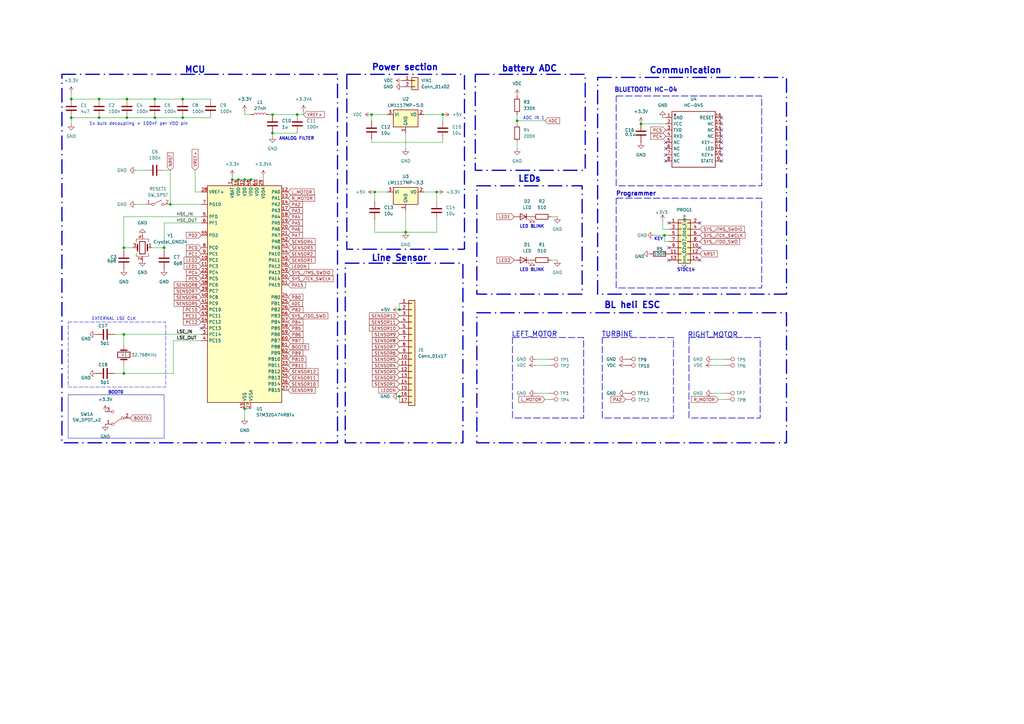
<source format=kicad_sch>
(kicad_sch (version 20231120) (generator "eeschema") (generator_version "8.0")
  (paper "A3")
  (junction (at 74.93 40.64))
  (junction (at 153.67 78.74))
  (junction (at 179.07 78.74))
  (junction (at 29.21 40.64))
  (junction (at 111.76 54.61))
  (junction (at 40.64 40.64))
  (junction (at 29.21 48.26))
  (junction (at 69.85 83.82))
  (junction (at 52.07 48.26))
  (junction (at 67.31 101.6))
  (junction (at 152.4 46.99))
  (junction (at 50.8 153.162))
  (junction (at 50.8 101.6))
  (junction (at 100.33 167.64))
  (junction (at 63.5 48.26))
  (junction (at 166.37 95.25))
  (junction (at 121.92 46.99))
  (junction (at 40.64 48.26))
  (junction (at 102.87 73.66))
  (junction (at 100.33 73.66))
  (junction (at 74.93 48.26))
  (junction (at 262.89 50.8))
  (junction (at 272.542 96.52))
  (junction (at 95.25 73.66))
  (junction (at 212.09 49.53))
  (junction (at 50.8 137.16))
  (junction (at 181.61 46.99))
  (junction (at 63.5 40.64))
  (junction (at 97.79 73.66))
  (junction (at 163.83 127))
  (junction (at 52.07 40.64))
  (junction (at 163.83 162.56))
  (junction (at 111.76 46.99))
  (no_connect (at 273.05 63.5))
  (no_connect (at 274.32 106.68))
  (no_connect (at 287.02 106.68))
  (no_connect (at 295.91 58.42))
  (no_connect (at 295.91 50.8))
  (no_connect (at 295.91 66.04))
  (no_connect (at 273.05 60.96))
  (no_connect (at 295.91 53.34))
  (no_connect (at 295.91 63.5))
  (no_connect (at 295.91 55.88))
  (no_connect (at 287.02 101.6))
  (no_connect (at 273.05 66.04))
  (no_connect (at 295.91 60.96))
  (no_connect (at 274.32 91.44))
  (no_connect (at 82.55 134.62))
  (no_connect (at 273.05 58.42))
  (no_connect (at 295.91 48.26))
  (no_connect (at 287.02 91.44))
  (no_connect (at 274.32 101.6))
  (wire (pts (xy 50.8 141.732) (xy 50.8 137.16)))
  (wire (pts (xy 153.67 78.74) (xy 158.75 78.74)))
  (wire (pts (xy 80.01 78.74) (xy 82.55 78.74)))
  (wire (pts (xy 166.37 95.25) (xy 179.07 95.25)))
  (wire (pts (xy 100.33 45.72) (xy 100.33 46.99)))
  (wire (pts (xy 71.12 139.7) (xy 71.12 153.162)))
  (wire (pts (xy 111.76 54.61) (xy 121.92 54.61)))
  (wire (pts (xy 46.99 137.16) (xy 50.8 137.16)))
  (wire (pts (xy 55.88 69.85) (xy 59.69 69.85)))
  (wire (pts (xy 110.49 46.99) (xy 111.76 46.99)))
  (wire (pts (xy 297.18 163.83) (xy 294.64 163.83)))
  (wire (pts (xy 152.4 46.99) (xy 158.75 46.99)))
  (wire (pts (xy 163.83 162.56) (xy 163.83 165.1)))
  (wire (pts (xy 29.21 48.26) (xy 40.64 48.26)))
  (wire (pts (xy 173.99 78.74) (xy 179.07 78.74)))
  (wire (pts (xy 67.31 101.6) (xy 62.23 101.6)))
  (wire (pts (xy 50.8 149.352) (xy 50.8 153.162)))
  (wire (pts (xy 29.21 40.64) (xy 40.64 40.64)))
  (wire (pts (xy 271.78 90.678) (xy 271.78 93.98)))
  (wire (pts (xy 29.21 38.1) (xy 29.21 40.64)))
  (wire (pts (xy 173.99 46.99) (xy 181.61 46.99)))
  (wire (pts (xy 102.87 167.64) (xy 100.33 167.64)))
  (wire (pts (xy 271.78 48.26) (xy 273.05 48.26)))
  (wire (pts (xy 71.12 139.7) (xy 82.55 139.7)))
  (wire (pts (xy 166.37 86.36) (xy 166.37 95.25)))
  (wire (pts (xy 80.01 69.85) (xy 80.01 78.74)))
  (wire (pts (xy 226.06 88.9) (xy 228.6 88.9)))
  (wire (pts (xy 124.46 45.72) (xy 124.46 46.99)))
  (wire (pts (xy 262.89 50.8) (xy 273.05 50.8)))
  (wire (pts (xy 179.07 78.74) (xy 179.07 82.55)))
  (wire (pts (xy 50.8 101.6) (xy 54.61 101.6)))
  (wire (pts (xy 226.06 106.68) (xy 228.6 106.68)))
  (wire (pts (xy 95.25 72.39) (xy 95.25 73.66)))
  (wire (pts (xy 212.09 58.42) (xy 212.09 60.96)))
  (wire (pts (xy 179.07 95.25) (xy 179.07 90.17)))
  (wire (pts (xy 95.25 73.66) (xy 97.79 73.66)))
  (wire (pts (xy 297.18 147.32) (xy 292.1 147.32)))
  (wire (pts (xy 212.09 50.8) (xy 212.09 49.53)))
  (wire (pts (xy 63.5 48.26) (xy 74.93 48.26)))
  (wire (pts (xy 50.8 153.162) (xy 71.12 153.162)))
  (wire (pts (xy 67.31 101.6) (xy 67.31 102.87)))
  (wire (pts (xy 272.542 96.52) (xy 274.32 96.52)))
  (wire (pts (xy 52.07 48.26) (xy 63.5 48.26)))
  (wire (pts (xy 55.88 83.82) (xy 59.69 83.82)))
  (wire (pts (xy 124.46 46.99) (xy 121.92 46.99)))
  (wire (pts (xy 163.83 124.46) (xy 163.83 127)))
  (wire (pts (xy 181.61 46.99) (xy 181.61 49.53)))
  (wire (pts (xy 166.37 54.61) (xy 166.37 60.96)))
  (wire (pts (xy 97.79 73.66) (xy 100.33 73.66)))
  (wire (pts (xy 224.79 163.83) (xy 223.52 163.83)))
  (wire (pts (xy 223.52 49.53) (xy 212.09 49.53)))
  (wire (pts (xy 107.95 72.39) (xy 107.95 73.66)))
  (wire (pts (xy 50.8 137.16) (xy 82.55 137.16)))
  (wire (pts (xy 67.31 91.44) (xy 67.31 101.6)))
  (wire (pts (xy 181.61 58.42) (xy 181.61 57.15)))
  (wire (pts (xy 152.4 46.99) (xy 152.4 49.53)))
  (wire (pts (xy 40.64 40.64) (xy 52.07 40.64)))
  (wire (pts (xy 67.31 69.85) (xy 69.85 69.85)))
  (wire (pts (xy 152.4 58.42) (xy 181.61 58.42)))
  (wire (pts (xy 274.32 99.06) (xy 272.542 99.06)))
  (wire (pts (xy 297.18 161.29) (xy 292.1 161.29)))
  (wire (pts (xy 100.33 46.99) (xy 102.87 46.99)))
  (wire (pts (xy 272.542 99.06) (xy 272.542 96.52)))
  (wire (pts (xy 69.85 83.82) (xy 82.55 83.82)))
  (wire (pts (xy 224.79 147.32) (xy 219.71 147.32)))
  (wire (pts (xy 100.33 73.66) (xy 102.87 73.66)))
  (wire (pts (xy 224.79 149.86) (xy 219.71 149.86)))
  (wire (pts (xy 268.224 96.52) (xy 272.542 96.52)))
  (wire (pts (xy 82.55 88.9) (xy 50.8 88.9)))
  (wire (pts (xy 29.21 48.26) (xy 29.21 50.8)))
  (wire (pts (xy 111.76 46.99) (xy 121.92 46.99)))
  (wire (pts (xy 297.18 149.86) (xy 292.1 149.86)))
  (wire (pts (xy 102.87 73.66) (xy 105.41 73.66)))
  (wire (pts (xy 50.8 101.6) (xy 50.8 102.87)))
  (wire (pts (xy 40.64 48.26) (xy 52.07 48.26)))
  (wire (pts (xy 153.67 90.17) (xy 153.67 95.25)))
  (wire (pts (xy 152.4 58.42) (xy 152.4 57.15)))
  (wire (pts (xy 153.67 78.74) (xy 153.67 82.55)))
  (wire (pts (xy 50.8 88.9) (xy 50.8 101.6)))
  (wire (pts (xy 224.79 161.29) (xy 219.71 161.29)))
  (wire (pts (xy 212.09 46.99) (xy 212.09 49.53)))
  (wire (pts (xy 67.31 91.44) (xy 82.55 91.44)))
  (wire (pts (xy 74.93 40.64) (xy 86.36 40.64)))
  (wire (pts (xy 153.67 95.25) (xy 166.37 95.25)))
  (wire (pts (xy 63.5 40.64) (xy 74.93 40.64)))
  (wire (pts (xy 46.99 153.162) (xy 50.8 153.162)))
  (wire (pts (xy 271.78 93.98) (xy 274.32 93.98)))
  (wire (pts (xy 69.85 69.85) (xy 69.85 83.82)))
  (wire (pts (xy 111.76 55.88) (xy 111.76 54.61)))
  (wire (pts (xy 52.07 40.64) (xy 63.5 40.64)))
  (wire (pts (xy 100.33 171.45) (xy 100.33 167.64)))
  (wire (pts (xy 74.93 48.26) (xy 86.36 48.26)))
  (rectangle (start 247.015 138.43) (end 276.225 171.45) (stroke (width 0.254) (type dash)))
  (rectangle (start 252.73 81.28) (end 312.42 118.11) (stroke (width 0.254) (type dash)))
  (rectangle (start 141.605 107.95) (end 189.865 181.61) (stroke (width 0.508) (type dash_dot)))
  (rectangle (start 195.58 128.27) (end 322.58 181.61) (stroke (width 0.508) (type dash_dot)))
  (rectangle (start 27.94 161.925) (end 67.31 179.705))
  (rectangle (start 142.24 30.48) (end 190.5 102.235) (stroke (width 0.508) (type dash_dot)))
  (rectangle (start 27.94 132.08) (end 67.945 158.75) (stroke (width 0) (type dash)))
  (rectangle (start 282.575 138.43) (end 311.785 171.45) (stroke (width 0.254) (type dash)))
  (rectangle (start 25.4 30.48) (end 138.43 181.61) (stroke (width 0.508) (type dash_dot)))
  (rectangle (start 194.945 30.48) (end 240.03 69.85) (stroke (width 0.508) (type dash_dot)))
  (rectangle (start 210.185 138.43) (end 239.395 171.45) (stroke (width 0.254) (type dash)))
  (rectangle (start 252.73 39.37) (end 312.42 76.2) (stroke (width 0.254) (type dash)))
  (rectangle (start 195.58 76.2) (end 238.76 120.65) (stroke (width 0.508) (type dash_dot)))
  (rectangle (start 245.11 31.75) (end 322.58 120.65) (stroke (width 0.508) (type dash_dot)))
  (text "Programmer" (at 260.858 79.502 0) (effects (font (size 1.778 1.778) (bold yes))))
  (text "Line Sensor" (at 163.83 105.918 0) (effects (font (size 2.54 2.54) (bold yes))))
  (text "1x bulk decoupling + 100nF per VDD pin" (at 36.576 51.562 0) (effects (font (size 1.27 1.27)) (justify left bottom)))
  (text "LEFT_MOTOR\n" (at 219.202 137.16 0) (effects (font (size 2.032 2.032) (thickness 0.254) (bold yes))))
  (text "TURBINE" (at 253.238 137.16 0) (effects (font (size 2.032 2.032) (thickness 0.254) (bold yes))))
  (text "Power section" (at 166.116 27.686 0) (effects (font (size 2.54 2.54) (bold yes))))
  (text "ADC IN 1\n\n" (at 218.948 49.53 0) (effects (font (size 1.27 1.27))))
  (text "BOOT0\n" (at 47.498 161.036 0) (effects (font (size 1.27 1.27) (bold yes))))
  (text "BLUETOOTH HC-04\n\n" (at 264.922 38.354 0) (effects (font (size 1.778 1.778) (bold yes))))
  (text "LED BLINK\n" (at 218.186 110.744 0) (effects (font (size 1.27 1.27) (bold yes))))
  (text "LED BLINK\n" (at 218.186 92.964 0) (effects (font (size 1.27 1.27) (bold yes))))
  (text "BL heli ESC" (at 259.334 125.222 0) (effects (font (size 2.54 2.54) (bold yes))))
  (text "STDC14" (at 277.622 111.506 0) (effects (font (size 1.27 1.27) (thickness 0.254) (bold yes)) (justify left bottom)))
  (text "ANALOG FILTER\n" (at 121.666 56.896 0) (effects (font (size 1.27 1.27) (bold yes))))
  (text "RIGHT_MOTOR" (at 292.354 137.414 0) (effects (font (size 2.032 2.032) (thickness 0.254) (bold yes))))
  (text "battery ADC" (at 217.17 28.194 0) (effects (font (size 2.54 2.54) (bold yes))))
  (text "LEDs" (at 217.17 73.406 0) (effects (font (size 2.54 2.54) (bold yes))))
  (text "EXTERNAL LSE CLK" (at 37.592 131.572 0) (effects (font (size 1.27 1.27)) (justify left bottom)))
  (text "Communication" (at 281.178 28.956 0) (effects (font (size 2.54 2.54) (bold yes))))
  (text "MCU" (at 80.01 28.702 0) (effects (font (size 2.54 2.54) (thickness 0.508) (bold yes))))
  (text "KEY" (at 268.224 98.806 0) (effects (font (size 1.27 1.27) (bold yes)) (justify left bottom)))
  (label "HSE_OUT" (at 72.39 91.44 0))
  (label "HSE_IN" (at 72.39 88.9 0))
  (label "LSE_OUT" (at 72.39 139.7 0) (effects (font (bold yes))))
  (label "LSE_IN" (at 72.39 137.16 0) (effects (font (bold yes))))
  (global_label "PC1" (shape input) (at 82.55 104.14 180) (property "Intersheetrefs" "${INTERSHEET_REFS}" (effects (hide yes))))
  (global_label "PC5" (shape input) (at 82.55 114.3 180) (property "Intersheetrefs" "${INTERSHEET_REFS}" (effects (hide yes))))
  (global_label "SENSOR5" (shape input) (at 82.55 124.46 180) (property "Intersheetrefs" "${INTERSHEET_REFS}" (effects (hide yes))))
  (global_label "NRST" (shape input) (at 69.85 69.85 90) (property "Intersheetrefs" "${INTERSHEET_REFS}" (effects (hide yes))))
  (global_label "PC0" (shape input) (at 82.55 101.6 180) (property "Intersheetrefs" "${INTERSHEET_REFS}" (effects (hide yes))))
  (global_label "SYS_JTCK_SWCLK" (shape input) (at 287.02 96.52 0) (property "Intersheetrefs" "${INTERSHEET_REFS}" (effects (hide yes))))
  (global_label "PB9" (shape input) (at 118.11 144.78 0) (property "Intersheetrefs" "${INTERSHEET_REFS}" (effects (hide yes))))
  (global_label "PA2" (shape input) (at 118.11 83.82 0) (property "Intersheetrefs" "${INTERSHEET_REFS}" (effects (hide yes))))
  (global_label "SENSOR11" (shape input) (at 118.11 154.94 0) (property "Intersheetrefs" "${INTERSHEET_REFS}" (effects (hide yes))))
  (global_label "SENSOR9" (shape input) (at 163.83 137.16 180) (property "Intersheetrefs" "${INTERSHEET_REFS}" (effects (hide yes))))
  (global_label "LED2" (shape input) (at 82.55 106.68 180) (property "Intersheetrefs" "${INTERSHEET_REFS}" (effects (hide yes))))
  (global_label "PC4" (shape input) (at 273.05 55.88 180) (property "Intersheetrefs" "${INTERSHEET_REFS}" (effects (hide yes))))
  (global_label "PB5" (shape input) (at 118.11 134.62 0) (property "Intersheetrefs" "${INTERSHEET_REFS}" (effects (hide yes))))
  (global_label "SENSOR12" (shape input) (at 163.83 129.54 180) (property "Intersheetrefs" "${INTERSHEET_REFS}" (effects (hide yes))))
  (global_label "SENSOR6" (shape input) (at 82.55 121.92 180) (property "Intersheetrefs" "${INTERSHEET_REFS}" (effects (hide yes))))
  (global_label "VREF+" (shape input) (at 80.01 69.85 90) (property "Intersheetrefs" "${INTERSHEET_REFS}" (effects (hide yes))))
  (global_label "SENSOR12" (shape input) (at 118.11 152.4 0) (property "Intersheetrefs" "${INTERSHEET_REFS}" (effects (hide yes))))
  (global_label "SYS_JTDO_SWO" (shape input) (at 287.02 99.06 0) (property "Intersheetrefs" "${INTERSHEET_REFS}" (effects (hide yes))))
  (global_label "PB0" (shape input) (at 118.11 121.92 0) (property "Intersheetrefs" "${INTERSHEET_REFS}" (effects (hide yes))))
  (global_label "SENSOR6" (shape input) (at 163.83 144.78 180) (property "Intersheetrefs" "${INTERSHEET_REFS}" (effects (hide yes))))
  (global_label "NRST" (shape input) (at 287.02 104.14 0) (property "Intersheetrefs" "${INTERSHEET_REFS}" (effects (hide yes))))
  (global_label "SYS_JTMS_SWDIO" (shape input) (at 118.11 111.76 0) (property "Intersheetrefs" "${INTERSHEET_REFS}" (effects (hide yes))))
  (global_label "SENSOR4" (shape input) (at 163.83 149.86 180) (property "Intersheetrefs" "${INTERSHEET_REFS}" (effects (hide yes))))
  (global_label "PA2" (shape input) (at 256.54 163.83 180) (property "Intersheetrefs" "${INTERSHEET_REFS}" (effects (hide yes))))
  (global_label "PB6" (shape input) (at 118.11 137.16 0) (property "Intersheetrefs" "${INTERSHEET_REFS}" (effects (hide yes))))
  (global_label "R_MOTOR" (shape input) (at 294.64 163.83 180) (property "Intersheetrefs" "${INTERSHEET_REFS}" (effects (hide yes))))
  (global_label "SENSOR7" (shape input) (at 82.55 119.38 180) (property "Intersheetrefs" "${INTERSHEET_REFS}" (effects (hide yes))))
  (global_label "PA6" (shape input) (at 118.11 93.98 0) (property "Intersheetrefs" "${INTERSHEET_REFS}" (effects (hide yes))))
  (global_label "SENSOR7" (shape input) (at 163.83 142.24 180) (property "Intersheetrefs" "${INTERSHEET_REFS}" (effects (hide yes))))
  (global_label "SENSOR8" (shape input) (at 82.55 116.84 180) (property "Intersheetrefs" "${INTERSHEET_REFS}" (effects (hide yes))))
  (global_label "SENSOR2" (shape input) (at 163.83 154.94 180) (property "Intersheetrefs" "${INTERSHEET_REFS}" (effects (hide yes))))
  (global_label "BOOT0" (shape input) (at 53.34 171.45 0) (property "Intersheetrefs" "${INTERSHEET_REFS}" (effects (hide yes))))
  (global_label "PA15" (shape input) (at 118.11 116.84 0) (property "Intersheetrefs" "${INTERSHEET_REFS}" (effects (hide yes))))
  (global_label "PA3" (shape input) (at 118.11 86.36 0) (property "Intersheetrefs" "${INTERSHEET_REFS}" (effects (hide yes))))
  (global_label "PC5" (shape input) (at 273.05 53.34 180) (property "Intersheetrefs" "${INTERSHEET_REFS}" (effects (hide yes))))
  (global_label "LED2" (shape input) (at 210.82 106.68 180) (property "Intersheetrefs" "${INTERSHEET_REFS}" (effects (hide yes))))
  (global_label "PA7" (shape input) (at 118.11 96.52 0) (property "Intersheetrefs" "${INTERSHEET_REFS}" (effects (hide yes))))
  (global_label "PC4" (shape input) (at 82.55 111.76 180) (property "Intersheetrefs" "${INTERSHEET_REFS}" (effects (hide yes))))
  (global_label "PA4" (shape input) (at 118.11 88.9 0) (property "Intersheetrefs" "${INTERSHEET_REFS}" (effects (hide yes))))
  (global_label "SENSOR9" (shape input) (at 118.11 160.02 0) (property "Intersheetrefs" "${INTERSHEET_REFS}" (effects (hide yes))))
  (global_label "SYS_JTDO_SWO" (shape input) (at 118.11 129.54 0) (property "Intersheetrefs" "${INTERSHEET_REFS}" (effects (hide yes))))
  (global_label "ADC" (shape input) (at 223.52 49.53 0) (property "Intersheetrefs" "${INTERSHEET_REFS}" (effects (hide yes))))
  (global_label "PB7" (shape input) (at 118.11 139.7 0) (property "Intersheetrefs" "${INTERSHEET_REFS}" (effects (hide yes))))
  (global_label "PB2" (shape input) (at 118.11 127 0) (property "Intersheetrefs" "${INTERSHEET_REFS}" (effects (hide yes))))
  (global_label "PB4" (shape input) (at 118.11 132.08 0) (property "Intersheetrefs" "${INTERSHEET_REFS}" (effects (hide yes))))
  (global_label "PC10" (shape input) (at 82.55 127 180) (property "Intersheetrefs" "${INTERSHEET_REFS}" (effects (hide yes))))
  (global_label "SENSOR2" (shape input) (at 118.11 104.14 0) (property "Intersheetrefs" "${INTERSHEET_REFS}" (effects (hide yes))))
  (global_label "PC12" (shape input) (at 82.55 132.08 180) (property "Intersheetrefs" "${INTERSHEET_REFS}" (effects (hide yes))))
  (global_label "SENSOR3" (shape input) (at 163.83 152.4 180) (property "Intersheetrefs" "${INTERSHEET_REFS}" (effects (hide yes))))
  (global_label "BOOT0" (shape input) (at 118.11 142.24 0) (property "Intersheetrefs" "${INTERSHEET_REFS}" (effects (hide yes))))
  (global_label "SENSOR3" (shape input) (at 118.11 101.6 0) (property "Intersheetrefs" "${INTERSHEET_REFS}" (effects (hide yes))))
  (global_label "SENSOR10" (shape input) (at 118.11 157.48 0) (property "Intersheetrefs" "${INTERSHEET_REFS}" (effects (hide yes))))
  (global_label "VREF+" (shape input) (at 124.46 46.99 0) (property "Intersheetrefs" "${INTERSHEET_REFS}" (effects (hide yes))))
  (global_label "LED1" (shape input) (at 82.55 109.22 180) (property "Intersheetrefs" "${INTERSHEET_REFS}" (effects (hide yes))))
  (global_label "SENSOR11" (shape input) (at 163.83 132.08 180) (property "Intersheetrefs" "${INTERSHEET_REFS}" (effects (hide yes))))
  (global_label "L_MOTOR" (shape input) (at 223.52 163.83 180) (property "Intersheetrefs" "${INTERSHEET_REFS}" (effects (hide yes))))
  (global_label "SENSOR5" (shape input) (at 163.83 147.32 180) (property "Intersheetrefs" "${INTERSHEET_REFS}" (effects (hide yes))))
  (global_label "SENSOR4" (shape input) (at 118.11 99.06 0) (property "Intersheetrefs" "${INTERSHEET_REFS}" (effects (hide yes))))
  (global_label "SENSOR1" (shape input) (at 118.11 106.68 0) (property "Intersheetrefs" "${INTERSHEET_REFS}" (effects (hide yes))))
  (global_label "ADC" (shape input) (at 118.11 124.46 0) (property "Intersheetrefs" "${INTERSHEET_REFS}" (effects (hide yes))))
  (global_label "SENSOR10" (shape input) (at 163.83 134.62 180) (property "Intersheetrefs" "${INTERSHEET_REFS}" (effects (hide yes))))
  (global_label "SYS_JTMS_SWDIO" (shape input) (at 287.02 93.98 0) (property "Intersheetrefs" "${INTERSHEET_REFS}" (effects (hide yes))))
  (global_label "LEDON" (shape input) (at 118.11 109.22 0) (property "Intersheetrefs" "${INTERSHEET_REFS}" (effects (hide yes))))
  (global_label "SENSOR8" (shape input) (at 163.83 139.7 180) (property "Intersheetrefs" "${INTERSHEET_REFS}" (effects (hide yes))))
  (global_label "LEDON" (shape input) (at 163.83 160.02 180) (property "Intersheetrefs" "${INTERSHEET_REFS}" (effects (hide yes))))
  (global_label "L_MOTOR" (shape input) (at 118.11 78.74 0) (property "Intersheetrefs" "${INTERSHEET_REFS}" (effects (hide yes))))
  (global_label "SYS_JTCK_SWCLK" (shape input) (at 118.11 114.3 0) (property "Intersheetrefs" "${INTERSHEET_REFS}" (effects (hide yes))))
  (global_label "LED1" (shape input) (at 210.82 88.9 180) (property "Intersheetrefs" "${INTERSHEET_REFS}" (effects (hide yes))))
  (global_label "PB11" (shape input) (at 118.11 149.86 0) (property "Intersheetrefs" "${INTERSHEET_REFS}" (effects (hide yes))))
  (global_label "PC11" (shape input) (at 82.55 129.54 180) (property "Intersheetrefs" "${INTERSHEET_REFS}" (effects (hide yes))))
  (global_label "PA5" (shape input) (at 118.11 91.44 0) (property "Intersheetrefs" "${INTERSHEET_REFS}" (effects (hide yes))))
  (global_label "R_MOTOR" (shape input) (at 118.11 81.28 0) (property "Intersheetrefs" "${INTERSHEET_REFS}" (effects (hide yes))))
  (global_label "PB10" (shape input) (at 118.11 147.32 0) (property "Intersheetrefs" "${INTERSHEET_REFS}" (effects (hide yes))))
  (global_label "SENSOR1" (shape input) (at 163.83 157.48 180) (property "Intersheetrefs" "${INTERSHEET_REFS}" (effects (hide yes))))
  (global_label "PD2" (shape input) (at 82.55 96.52 180) (property "Intersheetrefs" "${INTERSHEET_REFS}" (effects (hide yes))))
  (symbol (lib_id "power:GND") (at 55.88 83.82 270) (unit 1)
    (property "Reference" "#PWR07" (effects (hide yes)))
    (property "Value" "GND" (at 52.07 83.8199 90) (effects (justify right)))
    (property "Description" "Power symbol creates a global label with name \"GND\" , ground" (effects (hide yes)))
  )
  (symbol (lib_id "Connector:TestPoint") (at 224.79 161.29 270) (unit 1)
    (property "Reference" "TP3" (at 229.616 161.29 90) (effects (justify left)))
    (property "Value" "TestPoint" (effects (hide yes)))
    (property "Footprint" "TestPoint:TestPoint_Pad_D3.0mm" (effects (hide yes)))
    (property "Description" "test point" (effects (hide yes)))
  )
  (symbol (lib_id "Regulator_Linear:LM1117MP-3.3") (at 166.37 78.74 0) (unit 1)
    (property "Reference" "U3" (at 166.37 72.39 0))
    (property "Value" "LM1117MP-3.3" (at 166.37 74.93 0))
    (property "Footprint" "Package_TO_SOT_SMD:SOT-223-3_TabPin2" (effects (hide yes)))
    (property "Datasheet" "http://www.ti.com/lit/ds/symlink/lm1117.pdf" (effects (hide yes)))
    (property "Description" "800mA Low-Dropout Linear Regulator, 3.3V fixed output, SOT-223" (effects (hide yes)))
  )
  (symbol (lib_id "power:GND") (at 228.6 88.9 0) (unit 1)
    (property "Reference" "#PWR018" (effects (hide yes)))
    (property "Value" "GND" (at 228.6 93.98 0))
    (property "Description" "Power symbol creates a global label with name \"GND\" , ground" (effects (hide yes)))
  )
  (symbol (lib_id "Switch:SW_SPST") (at 64.77 83.82 0) (unit 1)
    (property "Reference" "RESET1" (at 64.77 77.47 0))
    (property "Value" "SW_SPST" (at 64.77 80.01 0))
    (property "Footprint" "Button_Switch_SMD:SW_SPST_CK_RS282G05A3" (effects (hide yes)))
    (property "Description" "Single Pole Single Throw (SPST) switch" (effects (hide yes)))
  )
  (symbol (lib_id "Device:C") (at 153.67 86.36 0) (unit 1)
    (property "Reference" "C13" (at 157.48 85.0899 0) (effects (justify left)))
    (property "Value" "10u" (at 157.48 87.6299 0) (effects (justify left)))
    (property "Footprint" "Capacitor_SMD:C_0603_1608Metric" (effects (hide yes)))
    (property "Description" "Unpolarized capacitor" (effects (hide yes)))
  )
  (symbol (lib_id "power:+3.3V") (at 43.18 168.91 0) (unit 1)
    (property "Reference" "#PWR03" (effects (hide yes)))
    (property "Value" "+3.3V" (at 43.18 163.83 0))
    (property "Description" "Power symbol creates a global label with name \"+3.3V\"" (effects (hide yes)))
  )
  (symbol (lib_id "power:GND") (at 256.54 161.29 270) (unit 1)
    (property "Reference" "#PWR044" (effects (hide yes)))
    (property "Value" "GND" (at 252.73 161.2899 90) (effects (justify right)))
    (property "Description" "Power symbol creates a global label with name \"GND\" , ground" (effects (hide yes)))
  )
  (symbol (lib_id "power:GND") (at 165.1 35.56 270) (unit 1)
    (property "Reference" "#PWR022" (effects (hide yes)))
    (property "Value" "GND" (at 161.29 35.5599 90) (effects (justify right)))
    (property "Description" "Power symbol creates a global label with name \"GND\" , ground" (effects (hide yes)))
  )
  (symbol (lib_id "Connector:TestPoint") (at 297.18 163.83 270) (unit 1)
    (property "Reference" "TP8" (at 302.26 164.084 90) (effects (justify left)))
    (property "Value" "TestPoint" (effects (hide yes)))
    (property "Footprint" "TestPoint:TestPoint_Pad_D3.0mm" (effects (hide yes)))
    (property "Description" "test point" (effects (hide yes)))
  )
  (symbol (lib_id "Device:R") (at 212.09 54.61 0) (unit 1)
    (property "Reference" "R4" (at 214.63 53.3399 0) (effects (justify left)))
    (property "Value" "200K" (at 214.63 55.8799 0) (effects (justify left)))
    (property "Footprint" "Capacitor_SMD:C_0603_1608Metric" (effects (hide yes)))
    (property "Description" "Resistor" (effects (hide yes)))
  )
  (symbol (lib_id "Device:C") (at 152.4 53.34 0) (unit 1)
    (property "Reference" "C12" (at 156.21 52.0699 0) (effects (justify left)))
    (property "Value" "10u" (at 156.21 54.6099 0) (effects (justify left)))
    (property "Footprint" "Capacitor_SMD:C_0603_1608Metric" (effects (hide yes)))
    (property "Description" "Unpolarized capacitor" (effects (hide yes)))
  )
  (symbol (lib_id "power:GND") (at 262.89 58.42 0) (unit 1)
    (property "Reference" "#PWR037" (effects (hide yes)))
    (property "Value" "GND" (at 262.89 63.5 0))
    (property "Description" "Power symbol creates a global label with name \"GND\" , ground" (effects (hide yes)))
  )
  (symbol (lib_id "power:GND") (at 212.09 60.96 0) (unit 1)
    (property "Reference" "#PWR028" (effects (hide yes)))
    (property "Value" "GND" (at 212.09 66.04 0))
    (property "Description" "Power symbol creates a global label with name \"GND\" , ground" (effects (hide yes)))
  )
  (symbol (lib_id "power:+3V3") (at 271.78 90.678 0) (unit 1)
    (property "Reference" "#PWR047" (effects (hide yes)))
    (property "Value" "+3V3" (at 271.272 87.122 0))
  )
  (symbol (lib_id "power:GND") (at 166.37 60.96 0) (unit 1)
    (property "Reference" "#PWR023" (effects (hide yes)))
    (property "Value" "GND" (at 166.37 66.04 0))
    (property "Description" "Power symbol creates a global label with name \"GND\" , ground" (effects (hide yes)))
  )
  (symbol (lib_id "Device:R") (at 212.09 43.18 0) (unit 1)
    (property "Reference" "R3" (at 214.63 41.9099 0) (effects (justify left)))
    (property "Value" "330K" (at 214.63 44.4499 0) (effects (justify left)))
    (property "Footprint" "Capacitor_SMD:C_0603_1608Metric" (effects (hide yes)))
    (property "Description" "Resistor" (effects (hide yes)))
  )
  (symbol (lib_id "power:+3.3VA") (at 107.95 72.39 0) (unit 1)
    (property "Reference" "#PWR015" (effects (hide yes)))
    (property "Value" "+3.3VA" (at 107.95 67.31 0))
    (property "Description" "Power symbol creates a global label with name \"+3.3VA\"" (effects (hide yes)))
  )
  (symbol (lib_id "power:GND") (at 39.37 153.162 270) (unit 1)
    (property "Reference" "#PWR033" (effects (hide yes)))
    (property "Value" "GND" (at 37.338 154.94 90) (effects (justify right)))
  )
  (symbol (lib_id "Connector:TestPoint") (at 256.54 161.29 270) (unit 1)
    (property "Reference" "TP11" (at 261.366 161.29 90) (effects (justify left)))
    (property "Value" "TestPoint" (effects (hide yes)))
    (property "Footprint" "TestPoint:TestPoint_Pad_D3.0mm" (effects (hide yes)))
    (property "Description" "test point" (effects (hide yes)))
  )
  (symbol (lib_id "power:GND") (at 55.88 69.85 270) (unit 1)
    (property "Reference" "#PWR06" (effects (hide yes)))
    (property "Value" "GND" (at 52.07 69.8499 90) (effects (justify right)))
    (property "Description" "Power symbol creates a global label with name \"GND\" , ground" (effects (hide yes)))
  )
  (symbol (lib_id "power:GND") (at 163.83 162.56 270) (unit 1)
    (property "Reference" "#PWR035" (effects (hide yes)))
    (property "Value" "GND" (at 160.02 162.5599 90) (effects (justify right)))
    (property "Description" "Power symbol creates a global label with name \"GND\" , ground" (effects (hide yes)))
  )
  (symbol (lib_id "Device:C") (at 111.76 50.8 0) (unit 1)
    (property "Reference" "C10" (at 115.57 49.5299 0) (effects (justify left)))
    (property "Value" "1u" (at 115.57 52.0699 0) (effects (justify left)))
    (property "Footprint" "Capacitor_SMD:C_0603_1608Metric" (effects (hide yes)))
    (property "Description" "Unpolarized capacitor" (effects (hide yes)))
  )
  (symbol (lib_id "MCU_ST_STM32G4:STM32G474RBTx") (at 100.33 121.92 0) (unit 1)
    (property "Reference" "U1" (at 105.0641 167.64 0) (effects (justify left)))
    (property "Value" "STM32G474RBTx" (at 105.0641 170.18 0) (effects (justify left)))
    (property "Footprint" "Package_QFP:LQFP-64_10x10mm_P0.5mm" (effects (hide yes)))
    (property "Datasheet" "https://www.st.com/resource/en/datasheet/stm32g474rb.pdf" (effects (hide yes)))
    (property "Description" "STMicroelectronics Arm Cortex-M4 MCU, 128KB flash, 128KB RAM, 170 MHz, 1.71-3.6V, 52 GPIO, LQFP64" (effects (hide yes)))
  )
  (symbol (lib_id "Device:C") (at 43.18 137.16 90) (unit 1)
    (property "Reference" "C17" (at 44.196 133.604 90) (effects (justify left)))
    (property "Value" "5p1" (at 44.958 140.716 90) (effects (justify left)))
    (property "Footprint" "Capacitor_SMD:C_0603_1608Metric" (effects (hide yes)))
  )
  (symbol (lib_id "power:GND") (at 219.71 161.29 270) (unit 1)
    (property "Reference" "#PWR031" (effects (hide yes)))
    (property "Value" "GND" (at 215.9 161.2899 90) (effects (justify right)))
    (property "Description" "Power symbol creates a global label with name \"GND\" , ground" (effects (hide yes)))
  )
  (symbol (lib_id "power:GND") (at 29.21 50.8 0) (unit 1)
    (property "Reference" "#PWR02" (effects (hide yes)))
    (property "Value" "GND" (at 29.21 55.88 0))
    (property "Description" "Power symbol creates a global label with name \"GND\" , ground" (effects (hide yes)))
  )
  (symbol (lib_id "power:VDC") (at 212.09 39.37 0) (unit 1)
    (property "Reference" "#PWR027" (effects (hide yes)))
    (property "Value" "VDC" (at 212.09 34.29 0))
    (property "Description" "Power symbol creates a global label with name \"VDC\"" (effects (hide yes)))
  )
  (symbol (lib_id "power:+3.3V") (at 100.33 45.72 0) (unit 1)
    (property "Reference" "#PWR013" (effects (hide yes)))
    (property "Value" "+3.3V" (at 100.33 40.64 0))
    (property "Description" "Power symbol creates a global label with name \"+3.3V\"" (effects (hide yes)))
  )
  (symbol (lib_id "Connector:TestPoint") (at 256.54 163.83 270) (unit 1)
    (property "Reference" "TP12" (at 261.62 164.084 90) (effects (justify left)))
    (property "Value" "TestPoint" (effects (hide yes)))
    (property "Footprint" "TestPoint:TestPoint_Pad_D3.0mm" (effects (hide yes)))
    (property "Description" "test point" (effects (hide yes)))
  )
  (symbol (lib_id "Connector_Generic:Conn_01x17") (at 168.91 144.78 0) (unit 1)
    (property "Reference" "J1" (at 171.45 143.5099 0) (effects (justify left)))
    (property "Value" "Conn_01x17" (at 171.45 146.0499 0) (effects (justify left)))
    (property "Footprint" "Connector_FFC-FPC:Hirose_FH12-17S-0.5SH_1x17-1MP_P0.50mm_Horizontal" (effects (hide yes)))
    (property "Description" "Generic connector, single row, 01x17, script generated (kicad-library-utils/schlib/autogen/connector/)" (effects (hide yes)))
  )
  (symbol (lib_id "Device:R") (at 222.25 88.9 90) (unit 1)
    (property "Reference" "R2" (at 222.25 82.55 90))
    (property "Value" "510" (at 222.25 85.09 90))
    (property "Footprint" "Capacitor_SMD:C_0603_1608Metric" (effects (hide yes)))
    (property "Description" "Resistor" (effects (hide yes)))
  )
  (symbol (lib_id "Device:L") (at 106.68 46.99 90) (unit 1)
    (property "Reference" "L1" (at 106.68 41.91 90))
    (property "Value" "27nH" (at 106.68 44.45 90))
    (property "Footprint" "Inductor_SMD:L_0603_1608Metric" (effects (hide yes)))
    (property "Description" "Inductor" (effects (hide yes)))
  )
  (symbol (lib_id "power:GND") (at 39.37 137.16 270) (unit 1)
    (property "Reference" "#PWR032" (effects (hide yes)))
    (property "Value" "GND" (at 37.338 138.938 90) (effects (justify right)))
  )
  (symbol (lib_id "Device:C") (at 63.5 44.45 0) (unit 1)
    (property "Reference" "C5" (at 67.31 43.1799 0) (effects (justify left)))
    (property "Value" "100n" (at 67.31 45.7199 0) (effects (justify left)))
    (property "Footprint" "Capacitor_SMD:C_0603_1608Metric" (effects (hide yes)))
    (property "Description" "Unpolarized capacitor" (effects (hide yes)))
  )
  (symbol (lib_id "power:GND") (at 256.54 147.32 270) (unit 1)
    (property "Reference" "#PWR042" (effects (hide yes)))
    (property "Value" "GND" (at 252.73 147.3199 90) (effects (justify right)))
    (property "Description" "Power symbol creates a global label with name \"GND\" , ground" (effects (hide yes)))
  )
  (symbol (lib_id "power:VDC") (at 256.54 149.86 90) (unit 1)
    (property "Reference" "#PWR043" (effects (hide yes)))
    (property "Value" "VDC" (at 252.73 149.8599 90) (effects (justify left)))
    (property "Description" "Power symbol creates a global label with name \"VDC\"" (effects (hide yes)))
  )
  (symbol (lib_id "power:GND") (at 100.33 171.45 0) (unit 1)
    (property "Reference" "#PWR014" (effects (hide yes)))
    (property "Value" "GND" (at 100.33 176.53 0))
    (property "Description" "Power symbol creates a global label with name \"GND\" , ground" (effects (hide yes)))
  )
  (symbol (lib_id "Device:C") (at 52.07 44.45 0) (unit 1)
    (property "Reference" "C4" (at 55.88 43.1799 0) (effects (justify left)))
    (property "Value" "100n" (at 55.88 45.7199 0) (effects (justify left)))
    (property "Footprint" "Capacitor_SMD:C_0603_1608Metric" (effects (hide yes)))
    (property "Description" "Unpolarized capacitor" (effects (hide yes)))
  )
  (symbol (lib_id "power:VDC") (at 165.1 33.02 90) (unit 1)
    (property "Reference" "#PWR021" (effects (hide yes)))
    (property "Value" "VDC" (at 161.29 33.0199 90) (effects (justify left)))
    (property "Description" "Power symbol creates a global label with name \"VDC\"" (effects (hide yes)))
  )
  (symbol (lib_id "power:GND") (at 50.8 110.49 0) (unit 1)
    (property "Reference" "#PWR05" (effects (hide yes)))
    (property "Value" "GND" (at 50.8 115.57 0))
    (property "Description" "Power symbol creates a global label with name \"GND\" , ground" (effects (hide yes)))
  )
  (symbol (lib_id "Connector:TestPoint") (at 297.18 149.86 270) (unit 1)
    (property "Reference" "TP6" (at 302.26 150.114 90) (effects (justify left)))
    (property "Value" "TestPoint" (effects (hide yes)))
    (property "Footprint" "TestPoint:TestPoint_Pad_D3.0mm" (effects (hide yes)))
    (property "Description" "test point" (effects (hide yes)))
  )
  (symbol (lib_id "Device:C") (at 179.07 86.36 0) (unit 1)
    (property "Reference" "C14" (at 182.88 85.0899 0) (effects (justify left)))
    (property "Value" "10u" (at 182.88 87.6299 0) (effects (justify left)))
    (property "Footprint" "Capacitor_SMD:C_0603_1608Metric" (effects (hide yes)))
    (property "Description" "Unpolarized capacitor" (effects (hide yes)))
  )
  (symbol (lib_id "power:+3.3V") (at 29.21 38.1 0) (unit 1)
    (property "Reference" "#PWR01" (effects (hide yes)))
    (property "Value" "+3.3V" (at 29.21 33.02 0))
    (property "Description" "Power symbol creates a global label with name \"+3.3V\"" (effects (hide yes)))
  )
  (symbol (lib_id "Connector:TestPoint") (at 224.79 147.32 270) (unit 1)
    (property "Reference" "TP1" (at 229.87 147.574 90) (effects (justify left)))
    (property "Value" "TestPoint" (effects (hide yes)))
    (property "Footprint" "TestPoint:TestPoint_Pad_D3.0mm" (effects (hide yes)))
    (property "Description" "test point" (effects (hide yes)))
  )
  (symbol (lib_id "power:+3.3VA") (at 124.46 45.72 0) (unit 1)
    (property "Reference" "#PWR017" (effects (hide yes)))
    (property "Value" "+3.3VA" (at 124.46 40.64 0))
    (property "Description" "Power symbol creates a global label with name \"+3.3VA\"" (effects (hide yes)))
  )
  (symbol (lib_id "power:VDC") (at 219.71 149.86 90) (unit 1)
    (property "Reference" "#PWR030" (effects (hide yes)))
    (property "Value" "VDC" (at 215.9 149.8599 90) (effects (justify left)))
    (property "Description" "Power symbol creates a global label with name \"VDC\"" (effects (hide yes)))
  )
  (symbol (lib_id "power:+5V") (at 163.83 127 90) (unit 1)
    (property "Reference" "#PWR034" (effects (hide yes)))
    (property "Value" "+5V" (at 160.02 126.9999 90) (effects (justify left)))
    (property "Description" "Power symbol creates a global label with name \"+5V\"" (effects (hide yes)))
  )
  (symbol (lib_id "Connector:TestPoint") (at 297.18 147.32 270) (unit 1)
    (property "Reference" "TP5" (at 302.26 147.574 90) (effects (justify left)))
    (property "Value" "TestPoint" (effects (hide yes)))
    (property "Footprint" "TestPoint:TestPoint_Pad_D3.0mm" (effects (hide yes)))
    (property "Description" "test point" (effects (hide yes)))
  )
  (symbol (lib_id "Connector_Generic:Conn_01x02") (at 170.18 33.02 0) (unit 1)
    (property "Reference" "VIN1" (at 172.72 33.0199 0) (effects (justify left)))
    (property "Value" "Conn_01x02" (at 172.72 35.5599 0) (effects (justify left)))
    (property "Footprint" "Connector_PinSocket_2.54mm:PinSocket_1x02_P2.54mm_Vertical" (effects (hide yes)))
    (property "Description" "Generic connector, single row, 01x02, script generated (kicad-library-utils/schlib/autogen/connector/)" (effects (hide yes)))
  )
  (symbol (lib_id "Device:C") (at 50.8 106.68 0) (unit 1)
    (property "Reference" "C3" (at 45.212 105.41 0) (effects (justify left)))
    (property "Value" "6p8" (at 43.942 106.934 0) (effects (justify left)))
    (property "Footprint" "Capacitor_SMD:C_0603_1608Metric" (effects (hide yes)))
    (property "Description" "Unpolarized capacitor" (effects (hide yes)))
  )
  (symbol (lib_id "Device:C") (at 262.89 54.61 180) (unit 1)
    (property "Reference" "C16" (at 256.286 53.34 0) (effects (justify right)))
    (property "Value" "0.1u" (at 256.286 55.118 0) (effects (justify right)))
    (property "Footprint" "Capacitor_SMD:C_0603_1608Metric" (effects (hide yes)))
    (property "Description" "Unpolarized capacitor" (effects (hide yes)))
  )
  (symbol (lib_id "Device:R") (at 222.25 106.68 90) (unit 1)
    (property "Reference" "R1" (at 222.25 100.33 90))
    (property "Value" "510" (at 222.25 102.87 90))
    (property "Footprint" "Capacitor_SMD:C_0603_1608Metric" (effects (hide yes)))
    (property "Description" "Resistor" (effects (hide yes)))
  )
  (symbol (lib_id "power:GND") (at 67.31 110.49 0) (unit 1)
    (property "Reference" "#PWR011" (effects (hide yes)))
    (property "Value" "GND" (at 67.31 115.57 0))
    (property "Description" "Power symbol creates a global label with name \"GND\" , ground" (effects (hide yes)))
  )
  (symbol (lib_id "power:GND") (at 43.18 173.99 0) (unit 1)
    (property "Reference" "#PWR04" (effects (hide yes)))
    (property "Value" "GND" (at 43.18 179.07 0))
    (property "Description" "Power symbol creates a global label with name \"GND\" , ground" (effects (hide yes)))
  )
  (symbol (lib_id "power:+3.3V") (at 95.25 72.39 0) (unit 1)
    (property "Reference" "#PWR012" (effects (hide yes)))
    (property "Value" "+3.3V" (at 95.25 67.31 0))
    (property "Description" "Power symbol creates a global label with name \"+3.3V\"" (effects (hide yes)))
  )
  (symbol (lib_id "Device:C") (at 67.31 106.68 0) (unit 1)
    (property "Reference" "C7" (at 71.12 105.4099 0) (effects (justify left)))
    (property "Value" "6p8" (at 71.12 107.9499 0) (effects (justify left)))
    (property "Footprint" "Capacitor_SMD:C_0603_1608Metric" (effects (hide yes)))
    (property "Description" "Unpolarized capacitor" (effects (hide yes)))
  )
  (symbol (lib_id "Device:LED") (at 214.63 106.68 0) (mirror y) (unit 1)
    (property "Reference" "D1" (at 216.2175 100.33 0))
    (property "Value" "LED" (at 216.2175 102.87 0))
    (property "Footprint" "LED_SMD:LED_0603_1608Metric" (effects (hide yes)))
    (property "Description" "Light emitting diode" (effects (hide yes)))
  )
  (symbol (lib_id "power:GND") (at 292.1 147.32 270) (unit 1)
    (property "Reference" "#PWR039" (effects (hide yes)))
    (property "Value" "GND" (at 288.29 147.3199 90) (effects (justify right)))
    (property "Description" "Power symbol creates a global label with name \"GND\" , ground" (effects (hide yes)))
  )
  (symbol (lib_id "Switch:SW_DPDT_x2") (at 48.26 171.45 180) (unit 1)
    (property "Reference" "SW1" (at 35.56 169.926 0))
    (property "Value" "SW_DPDT_x2" (at 35.56 172.212 0))
    (property "Footprint" "Button_Switch_SMD:SW_SPDT_PCM12" (effects (hide yes)))
  )
  (symbol (lib_id "Device:Crystal_GND24") (at 58.42 101.6 180) (unit 1)
    (property "Reference" "Y1" (at 69.85 96.6468 0))
    (property "Value" "Crystal_GND24" (at 69.85 99.1868 0))
    (property "Footprint" "Crystal:Crystal_SMD_2016-4Pin_2.0x1.6mm" (effects (hide yes)))
    (property "Description" "Four pin crystal, GND on pins 2 and 4" (effects (hide yes)))
  )
  (symbol (lib_id "power:GND") (at 271.78 48.26 180) (unit 1)
    (property "Reference" "#PWR038" (effects (hide yes)))
    (property "Value" "GND" (at 271.78 43.18 0))
    (property "Description" "Power symbol creates a global label with name \"GND\" , ground" (effects (hide yes)))
  )
  (symbol (lib_id "Device:C") (at 181.61 53.34 0) (unit 1)
    (property "Reference" "C15" (at 185.42 52.0699 0) (effects (justify left)))
    (property "Value" "10u" (at 185.42 54.6099 0) (effects (justify left)))
    (property "Footprint" "Capacitor_SMD:C_0603_1608Metric" (effects (hide yes)))
    (property "Description" "Unpolarized capacitor" (effects (hide yes)))
  )
  (symbol (lib_id "Device:Crystal") (at 50.8 145.542 90) (unit 1)
    (property "Reference" "X1" (at 52.324 145.542 90) (effects (justify left)))
    (property "Value" "32.768KHz" (at 53.848 145.542 90) (effects (justify right)))
    (property "Footprint" "Crystal:Crystal_SMD_3215-2Pin_3.2x1.5mm" (effects (hide yes)))
  )
  (symbol (lib_id "power:GND") (at 268.224 96.52 270) (unit 1)
    (property "Reference" "#PWR046" (effects (hide yes)))
    (property "Value" "GND" (at 265.43 96.52 90) (effects (justify right)))
  )
  (symbol (lib_id "Device:C") (at 63.5 69.85 90) (unit 1)
    (property "Reference" "C6" (at 63.5 62.23 90))
    (property "Value" "100n" (at 63.5 64.77 90))
    (property "Footprint" "Capacitor_SMD:C_0603_1608Metric" (effects (hide yes)))
    (property "Description" "Unpolarized capacitor" (effects (hide yes)))
  )
  (symbol (lib_id "power:+5V") (at 153.67 78.74 90) (unit 1)
    (property "Reference" "#PWR020" (effects (hide yes)))
    (property "Value" "+5V" (at 149.86 78.7399 90) (effects (justify left)))
    (property "Description" "Power symbol creates a global label with name \"+5V\"" (effects (hide yes)))
  )
  (symbol (lib_id "Device:C") (at 86.36 44.45 0) (unit 1)
    (property "Reference" "C9" (at 90.17 43.1799 0) (effects (justify left)))
    (property "Value" "100n" (at 90.17 45.7199 0) (effects (justify left)))
    (property "Footprint" "Capacitor_SMD:C_0603_1608Metric" (effects (hide yes)))
    (property "Description" "Unpolarized capacitor" (effects (hide yes)))
  )
  (symbol (lib_id "Device:C") (at 29.21 44.45 0) (unit 1)
    (property "Reference" "C1" (at 33.02 43.1799 0) (effects (justify left)))
    (property "Value" "4u7" (at 33.02 45.7199 0) (effects (justify left)))
    (property "Footprint" "Capacitor_SMD:C_0603_1608Metric" (effects (hide yes)))
    (property "Description" "Unpolarized capacitor" (effects (hide yes)))
  )
  (symbol (lib_id "SCHLIB_HC-04S_2024-11-19:HC-04S") (at 284.48 57.15 0) (unit 1)
    (property "Reference" "U4" (at 284.48 40.64 0))
    (property "Value" "HC-04S" (at 284.48 43.18 0))
    (property "Footprint" "hc-04:hc-04" (effects (hide yes)))
    (property "Manufacturer Part" "HC-04S" (effects (hide yes)))
    (property "Manufacturer" "null" (effects (hide yes)))
    (property "Supplier Part" "C9900034130" (effects (hide yes)))
    (property "Supplier" "LCSC" (effects (hide yes)))
  )
  (symbol (lib_id "Regulator_Linear:LM1117MP-5.0") (at 166.37 46.99 0) (unit 1)
    (property "Reference" "U2" (at 166.37 40.64 0))
    (property "Value" "LM1117MP-5.0" (at 166.37 43.18 0))
    (property "Footprint" "Package_TO_SOT_SMD:SOT-223-3_TabPin2" (effects (hide yes)))
    (property "Datasheet" "http://www.ti.com/lit/ds/symlink/lm1117.pdf" (effects (hide yes)))
    (property "Description" "800mA Low-Dropout Linear Regulator, 5.0V fixed output, SOT-223" (effects (hide yes)))
  )
  (symbol (lib_id "power:GND") (at 228.6 106.68 0) (unit 1)
    (property "Reference" "#PWR08" (effects (hide yes)))
    (property "Value" "GND" (at 228.6 111.76 0))
    (property "Description" "Power symbol creates a global label with name \"GND\" , ground" (effects (hide yes)))
  )
  (symbol (lib_id "Connector:TestPoint") (at 224.79 163.83 270) (unit 1)
    (property "Reference" "TP4" (at 229.87 164.084 90) (effects (justify left)))
    (property "Value" "TestPoint" (effects (hide yes)))
    (property "Footprint" "TestPoint:TestPoint_Pad_D3.0mm" (effects (hide yes)))
    (property "Description" "test point" (effects (hide yes)))
  )
  (symbol (lib_id "power:GND") (at 292.1 161.29 270) (unit 1)
    (property "Reference" "#PWR041" (effects (hide yes)))
    (property "Value" "GND" (at 288.29 161.2899 90) (effects (justify right)))
    (property "Description" "Power symbol creates a global label with name \"GND\" , ground" (effects (hide yes)))
  )
  (symbol (lib_id "power:+3.3V") (at 179.07 78.74 270) (unit 1)
    (property "Reference" "#PWR025" (effects (hide yes)))
    (property "Value" "+3.3V" (at 182.88 78.7399 90) (effects (justify left)))
    (property "Description" "Power symbol creates a global label with name \"+3.3V\"" (effects (hide yes)))
  )
  (symbol (lib_id "Device:R") (at 270.51 104.14 90) (unit 1)
    (property "Reference" "R5" (at 270.51 102.108 90))
    (property "Value" "100R" (at 270.51 104.14 90))
    (property "Footprint" "Resistor_SMD:R_0603_1608Metric" (effects (hide yes)))
  )
  (symbol (lib_id "Connector:TestPoint") (at 256.54 147.32 270) (unit 1)
    (property "Reference" "TP9" (at 261.62 147.574 90) (effects (justify left)))
    (property "Value" "TestPoint" (effects (hide yes)))
    (property "Footprint" "TestPoint:TestPoint_Pad_D3.0mm" (effects (hide yes)))
    (property "Description" "test point" (effects (hide yes)))
  )
  (symbol (lib_id "power:GND") (at 58.42 96.52 180) (unit 1)
    (property "Reference" "#PWR09" (effects (hide yes)))
    (property "Value" "GND" (at 58.42 91.44 0))
    (property "Description" "Power symbol creates a global label with name \"GND\" , ground" (effects (hide yes)))
  )
  (symbol (lib_id "power:GND") (at 58.42 106.68 0) (unit 1)
    (property "Reference" "#PWR010" (effects (hide yes)))
    (property "Value" "GND" (at 58.42 111.76 0))
    (property "Description" "Power symbol creates a global label with name \"GND\" , ground" (effects (hide yes)))
  )
  (symbol (lib_id "Device:C") (at 121.92 50.8 0) (unit 1)
    (property "Reference" "C11" (at 125.73 49.5299 0) (effects (justify left)))
    (property "Value" "100n" (at 125.73 52.0699 0) (effects (justify left)))
    (property "Footprint" "Capacitor_SMD:C_0603_1608Metric" (effects (hide yes)))
    (property "Description" "Unpolarized capacitor" (effects (hide yes)))
  )
  (symbol (lib_id "Connector:TestPoint") (at 224.79 149.86 270) (unit 1)
    (property "Reference" "TP2" (at 229.87 150.114 90) (effects (justify left)))
    (property "Value" "TestPoint" (effects (hide yes)))
    (property "Footprint" "TestPoint:TestPoint_Pad_D3.0mm" (effects (hide yes)))
    (property "Description" "test point" (effects (hide yes)))
  )
  (symbol (lib_id "power:GND") (at 219.71 147.32 270) (unit 1)
    (property "Reference" "#PWR029" (effects (hide yes)))
    (property "Value" "GND" (at 215.9 147.3199 90) (effects (justify right)))
    (property "Description" "Power symbol creates a global label with name \"GND\" , ground" (effects (hide yes)))
  )
  (symbol (lib_id "power:GND") (at 166.37 95.25 0) (unit 1)
    (property "Reference" "#PWR024" (effects (hide yes)))
    (property "Value" "GND" (at 166.37 100.33 0))
    (property "Description" "Power symbol creates a global label with name \"GND\" , ground" (effects (hide yes)))
  )
  (symbol (lib_id "Connector_Generic:Conn_02x07_Odd_Even") (at 279.4 99.06 0) (unit 1)
    (property "Reference" "PROG1" (at 280.67 86.106 0))
    (property "Value" "Conn_02x07_Odd_Even" (at 280.67 98.806 90))
    (property "Footprint" "Connector_PinHeader_1.27mm:PinHeader_2x07_P1.27mm_Vertical_SMD" (effects (hide yes)))
  )
  (symbol (lib_id "power:VDC") (at 292.1 149.86 90) (unit 1)
    (property "Reference" "#PWR040" (effects (hide yes)))
    (property "Value" "VDC" (at 288.29 149.8599 90) (effects (justify left)))
    (property "Description" "Power symbol creates a global label with name \"VDC\"" (effects (hide yes)))
  )
  (symbol (lib_id "Device:C") (at 40.64 44.45 0) (unit 1)
    (property "Reference" "C2" (at 44.45 43.1799 0) (effects (justify left)))
    (property "Value" "100n" (at 44.45 45.7199 0) (effects (justify left)))
    (property "Footprint" "Capacitor_SMD:C_0603_1608Metric" (effects (hide yes)))
    (property "Description" "Unpolarized capacitor" (effects (hide yes)))
  )
  (symbol (lib_id "power:+3.3V") (at 262.89 50.8 0) (unit 1)
    (property "Reference" "#PWR036" (effects (hide yes)))
    (property "Value" "+3.3V" (at 262.89 45.72 0))
    (property "Description" "Power symbol creates a global label with name \"+3.3V\"" (effects (hide yes)))
  )
  (symbol (lib_id "Device:C") (at 43.18 153.162 90) (unit 1)
    (property "Reference" "C18" (at 44.196 149.606 90) (effects (justify left)))
    (property "Value" "5p1" (at 44.958 156.718 90) (effects (justify left)))
    (property "Footprint" "Capacitor_SMD:C_0603_1608Metric" (effects (hide yes)))
  )
  (symbol (lib_id "Connector:TestPoint") (at 297.18 161.29 270) (unit 1)
    (property "Reference" "TP7" (at 302.006 161.29 90) (effects (justify left)))
    (property "Value" "TestPoint" (effects (hide yes)))
    (property "Footprint" "TestPoint:TestPoint_Pad_D3.0mm" (effects (hide yes)))
    (property "Description" "test point" (effects (hide yes)))
  )
  (symbol (lib_id "power:GND") (at 266.7 104.14 270) (unit 1)
    (property "Reference" "#PWR045" (effects (hide yes)))
    (property "Value" "GND" (at 264.414 105.156 90) (effects (justify right)))
  )
  (symbol (lib_id "power:GND") (at 111.76 55.88 0) (unit 1)
    (property "Reference" "#PWR016" (effects (hide yes)))
    (property "Value" "GND" (at 111.76 60.96 0))
    (property "Description" "Power symbol creates a global label with name \"GND\" , ground" (effects (hide yes)))
  )
  (symbol (lib_id "power:+5V") (at 181.61 46.99 270) (unit 1)
    (property "Reference" "#PWR026" (effects (hide yes)))
    (property "Value" "+5V" (at 185.42 46.9899 90) (effects (justify left)))
    (property "Description" "Power symbol creates a global label with name \"+5V\"" (effects (hide yes)))
  )
  (symbol (lib_id "Device:LED") (at 214.63 88.9 0) (mirror y) (unit 1)
    (property "Reference" "D2" (at 216.2175 82.55 0))
    (property "Value" "LED" (at 216.2175 85.09 0))
    (property "Footprint" "LED_SMD:LED_0603_1608Metric" (effects (hide yes)))
    (property "Description" "Light emitting diode" (effects (hide yes)))
  )
  (symbol (lib_id "power:VDC") (at 152.4 46.99 90) (unit 1)
    (property "Reference" "#PWR019" (effects (hide yes)))
    (property "Value" "VDC" (at 148.59 46.9899 90) (effects (justify left)))
    (property "Description" "Power symbol creates a global label with name \"VDC\"" (effects (hide yes)))
  )
  (symbol (lib_id "Device:C") (at 74.93 44.45 0) (unit 1)
    (property "Reference" "C8" (at 78.74 43.1799 0) (effects (justify left)))
    (property "Value" "100n" (at 78.74 45.7199 0) (effects (justify left)))
    (property "Footprint" "Capacitor_SMD:C_0603_1608Metric" (effects (hide yes)))
    (property "Description" "Unpolarized capacitor" (effects (hide yes)))
  )
  (symbol (lib_id "Connector:TestPoint") (at 256.54 149.86 270) (unit 1)
    (property "Reference" "TP10" (at 261.62 150.114 90) (effects (justify left)))
    (property "Value" "TestPoint" (effects (hide yes)))
    (property "Footprint" "TestPoint:TestPoint_Pad_D3.0mm" (effects (hide yes)))
    (property "Description" "test point" (effects (hide yes)))
  )
)
</source>
